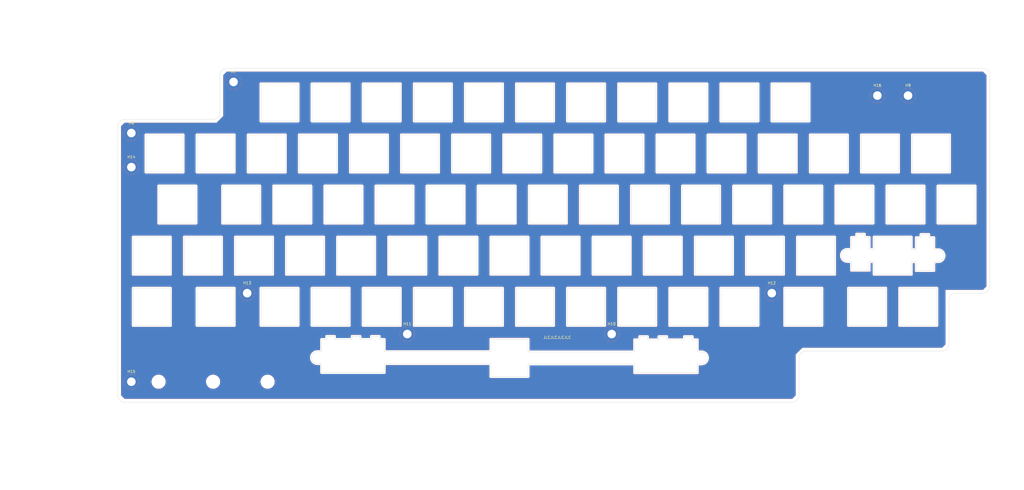
<source format=kicad_pcb>
(kicad_pcb (version 20211014) (generator pcbnew)
  (title_block (title "BBC MX Keyboard") (date "2023-10-16") (rev "0.2") (company "Dossytronics") (comment 1 "Enlarge mounting holes"))
  (layers (0 "F.Cu" signal) (31 "B.Cu" signal) (34 "B.Paste" user) (35 "F.Paste" user) (36 "B.SilkS" user "B.Silkscreen") (37 "F.SilkS" user "F.Silkscreen") (38 "B.Mask" user) (39 "F.Mask" user) (44 "Edge.Cuts" user))
  (net 0 "")
  (net 1 "GND")
  (footprint "MountingHole:MountingHole_3.2mm_M3_DIN965_Pad" (layer "F.Cu") (at 106.9975 191.77)
    (fp_text reference "H13" (at 0 -3.8) (layer "F.SilkS"))
    (fp_text value "bkplt")
    (pad "1" thru_hole circle (at 0 0) (size 5.6 5.6) (drill 3.2) (layers *.Cu *.Mask) (net 1 "GND"))
  )
  (footprint "Holes:Cherry_MX_panel_cutout" (layer "F.Cu") (at 104.775 158.75 180)
    (fp_text reference "SW2" hide)
    (fp_text value "keys")
    (fp_line (start -7 -7) (end 7 -7) (layer "Edge.Cuts") (width 0.12))
    (fp_line (start 7 7) (end -7 7) (layer "Edge.Cuts") (width 0.12))
    (fp_line (start 7 -7) (end 7 7) (layer "Edge.Cuts") (width 0.12))
    (fp_line (start -7 7) (end -7 -7) (layer "Edge.Cuts") (width 0.12))
  )
  (footprint "Holes:Cherry_MX_panel_cutout" (layer "F.Cu") (at 257.175 158.75 180)
    (fp_text reference "SW46" hide)
    (fp_text value "keys")
    (fp_line (start 7 -7) (end 7 7) (layer "Edge.Cuts") (width 0.12))
    (fp_line (start -7 -7) (end 7 -7) (layer "Edge.Cuts") (width 0.12))
    (fp_line (start -7 7) (end -7 -7) (layer "Edge.Cuts") (width 0.12))
    (fp_line (start 7 7) (end -7 7) (layer "Edge.Cuts") (width 0.12))
  )
  (footprint "MountingHole:MountingHole_3.2mm_M3_DIN965_Pad" (layer "F.Cu") (at 166.6875 207.01)
    (fp_text reference "H11" (at 0 -3.8) (layer "F.SilkS"))
    (fp_text value "bkplt")
    (pad "1" thru_hole circle (at 0 0) (size 5.6 5.6) (drill 3.2) (layers *.Cu *.Mask) (net 1 "GND"))
  )
  (footprint "Holes:Cherry_MX_panel_cutout" (layer "F.Cu") (at 157.1625 196.85)
    (fp_text reference "SW20" hide)
    (fp_text value "keys")
    (fp_line (start 7 7) (end -7 7) (layer "Edge.Cuts") (width 0.12))
    (fp_line (start 7 -7) (end 7 7) (layer "Edge.Cuts") (width 0.12))
    (fp_line (start -7 7) (end -7 -7) (layer "Edge.Cuts") (width 0.12))
    (fp_line (start -7 -7) (end 7 -7) (layer "Edge.Cuts") (width 0.12))
  )
  (footprint "Holes:Cherry_MX_panel_cutout" (layer "F.Cu") (at 219.075 158.75 180)
    (fp_text reference "SW39" hide)
    (fp_text value "keys")
    (fp_line (start -7 -7) (end 7 -7) (layer "Edge.Cuts") (width 0.12))
    (fp_line (start -7 7) (end -7 -7) (layer "Edge.Cuts") (width 0.12))
    (fp_line (start 7 7) (end -7 7) (layer "Edge.Cuts") (width 0.12))
    (fp_line (start 7 -7) (end 7 7) (layer "Edge.Cuts") (width 0.12))
  )
  (footprint "Holes:Cherry_MX_panel_cutout" (layer "F.Cu") (at 195.2625 120.65 180)
    (fp_text reference "SW30" hide)
    (fp_text value "keys")
    (fp_line (start 7 -7) (end 7 7) (layer "Edge.Cuts") (width 0.12))
    (fp_line (start -7 -7) (end 7 -7) (layer "Edge.Cuts") (width 0.12))
    (fp_line (start -7 7) (end -7 -7) (layer "Edge.Cuts") (width 0.12))
    (fp_line (start 7 7) (end -7 7) (layer "Edge.Cuts") (width 0.12))
  )
  (footprint "Holes:Cherry_MX_panel_cutout" (layer "F.Cu") (at 309.5625 120.65 180)
    (fp_text reference "SW75" hide)
    (fp_text value "keys")
    (fp_line (start -7 7) (end -7 -7) (layer "Edge.Cuts") (width 0.12))
    (fp_line (start -7 -7) (end 7 -7) (layer "Edge.Cuts") (width 0.12))
    (fp_line (start 7 -7) (end 7 7) (layer "Edge.Cuts") (width 0.12))
    (fp_line (start 7 7) (end -7 7) (layer "Edge.Cuts") (width 0.12))
  )
  (footprint "Holes:Cherry_MX_panel_cutout" (layer "F.Cu") (at 138.1125 196.85)
    (fp_text reference "SW19" hide)
    (fp_text value "keys")
    (fp_line (start -7 -7) (end 7 -7) (layer "Edge.Cuts") (width 0.12))
    (fp_line (start 7 7) (end -7 7) (layer "Edge.Cuts") (width 0.12))
    (fp_line (start -7 7) (end -7 -7) (layer "Edge.Cuts") (width 0.12))
    (fp_line (start 7 -7) (end 7 7) (layer "Edge.Cuts") (width 0.12))
  )
  (footprint "MountingHole:MountingHole_3.2mm_M3_DIN965_Pad" (layer "F.Cu") (at 341.9475 118.11)
    (fp_text reference "H16" (at 0 -3.8) (layer "F.SilkS"))
    (fp_text value "front")
    (pad "1" thru_hole circle (at 0 0) (size 5.6 5.6) (drill 3.2) (layers *.Cu *.Mask) (net 1 "GND"))
  )
  (footprint "Holes:Cherry_MX_panel_cutout" (layer "F.Cu") (at 71.4375 177.8 180)
    (fp_text reference "SW5" hide)
    (fp_text value "keys")
    (fp_line (start 7 7) (end -7 7) (layer "Edge.Cuts") (width 0.12))
    (fp_line (start -7 7) (end -7 -7) (layer "Edge.Cuts") (width 0.12))
    (fp_line (start 7 -7) (end 7 7) (layer "Edge.Cuts") (width 0.12))
    (fp_line (start -7 -7) (end 7 -7) (layer "Edge.Cuts") (width 0.12))
  )
  (footprint "Holes:Cherry_MX_panel_cutout_spacebar" (layer "F.Cu") (at 204.7875 215.9 180)
    (fp_text reference "SW21" hide)
    (fp_text value "keys")
    (fp_line (start 7 7) (end -7 7) (layer "Edge.Cuts") (width 0.12))
    (fp_line (start -55.7 6.8) (end -53.8 6.8) (layer "Edge.Cuts") (width 0.12))
    (fp_line (start 58.7 8.1) (end 58.7 6.9) (layer "Edge.Cuts") (width 0.12))
    (fp_line (start 50 8.1) (end 51.5 8.1) (layer "Edge.Cuts") (width 0.12))
    (fp_line (start 57.2 8.1) (end 55.7 8.1) (layer "Edge.Cuts") (width 0.12))
    (fp_line (start 70.1 -5.5) (end 46.6 -5.5) (layer "Edge.Cuts") (width 0.12))
    (fp_line (start -46.6 -5.6) (end -70.1 -5.6) (layer "Edge.Cuts") (width 0.12))
    (fp_line (start 46.6 6.9) (end 46.6 2.4) (layer "Edge.Cuts") (width 0.12))
    (fp_line (start 68.2 8.1) (end 68.2 6.9) (layer "Edge.Cuts") (width 0.12))
    (fp_line (start 70.1 2.4) (end 71.6 2.4) (layer "Edge.Cuts") (width 0.12))
    (fp_line (start -51.5 8) (end -51.5 6.8) (layer "Edge.Cuts") (width 0.12))
    (fp_line (start -46.6 -2.3) (end -7 -2.3) (layer "Edge.Cuts") (width 0.12))
    (fp_line (start -50 8) (end -48.5 8) (layer "Edge.Cuts") (width 0.12))
    (fp_line (start -50 8) (end -51.5 8) (layer "Edge.Cuts") (width 0.12))
    (fp_line (start -68.2 6.8) (end -70.1 6.8) (layer "Edge.Cuts") (width 0.12))
    (fp_line (start -48.5 8) (end -48.5 6.8) (layer "Edge.Cuts") (width 0.12))
    (fp_line (start 53.4 6.9) (end 53.8 6.9) (layer "Edge.Cuts") (width 0.12))
    (fp_line (start 46.6 2.4) (end 7 2.4) (layer "Edge.Cuts") (width 0.12))
    (fp_line (start 7 -7) (end 7 -2.2) (layer "Edge.Cuts") (width 0.12))
    (fp_line (start 55.7 8.1) (end 55.7 6.9) (layer "Edge.Cuts") (width 0.12))
    (fp_line (start 51.5 6.9) (end 53.4 6.9) (layer "Edge.Cuts") (width 0.12))
    (fp_line (start -53.4 6.8) (end -53.8 6.8) (layer "Edge.Cuts") (width 0.12))
    (fp_line (start -65.2 6.8) (end -63.3 6.8) (layer "Edge.Cuts") (width 0.12))
    (fp_line (start 70.1 -2.2) (end 70.1 -5.5) (layer "Edge.Cuts") (width 0.12))
    (fp_line (start -58.7 6.8) (end -60.6 6.8) (layer "Edge.Cuts") (width 0.12))
    (fp_line (start -70.1 -2.3) (end -71.6 -2.3) (layer "Edge.Cuts") (width 0.12))
    (fp_line (start -7 2.3) (end -7 7) (layer "Edge.Cuts") (width 0.12))
    (fp_line (start -63.3 6.8) (end -60.6 6.8) (layer "Edge.Cuts") (width 0.12))
    (fp_line (start -51.5 6.8) (end -53.4 6.8) (layer "Edge.Cuts") (width 0.12))
    (fp_line (start 65.2 8.1) (end 65.2 6.9) (layer "Edge.Cuts") (width 0.12))
    (fp_line (start 66.7 8.1) (end 65.2 8.1) (layer "Edge.Cuts") (width 0.12))
    (fp_line (start -70.1 6.8) (end -70.1 2.3) (layer "Edge.Cuts") (width 0.12))
    (fp_line (start -70.1 2.3) (end -71.6 2.3) (layer "Edge.Cuts") (width 0.12))
    (fp_line (start -55.7 8) (end -55.7 6.8) (layer "Edge.Cuts") (width 0.12))
    (fp_line (start 7 2.4) (end 7 7) (layer "Edge.Cuts") (width 0.12))
    (fp_line (start -7 -2.3) (end -7 -7) (layer "Edge.Cuts") (width 0.12))
    (fp_line (start 46.6 -2.2) (end 7 -2.2) (layer "Edge.Cuts") (width 0.12))
    (fp_line (start -68.2 8) (end -68.2 6.8) (layer "Edge.Cuts") (width 0.12))
    (fp_line (start 57.2 8.1) (end 58.7 8.1) (layer "Edge.Cuts") (width 0.12))
    (fp_line (start -70.1 -2.3) (end -70.1 -5.6) (layer "Edge.Cuts") (width 0.12))
    (fp_line (start -58.7 8) (end -58.7 6.8) (layer "Edge.Cuts") (width 0.12))
    (fp_line (start 70.1 -2.2) (end 71.6 -2.2) (layer "Edge.Cuts") (width 0.12))
    (fp_line (start 48.5 6.9) (end 46.6 6.9) (layer "Edge.Cuts") (width 0.12))
    (fp_line (start 65.2 6.9) (end 63.3 6.9) (layer "Edge.Cuts") (width 0.12))
    (fp_line (start 55.7 6.9) (end 53.8 6.9) (layer "Edge.Cuts") (width 0.12))
    (fp_line (start -57.2 8) (end -55.7 8) (layer "Edge.Cuts") (width 0.12))
    (fp_line (start -46.6 6.8) (end -46.6 2.3) (layer "Edge.Cuts") (width 0.12))
    (fp_line (start 68.2 6.9) (end 70.1 6.9) (layer "Edge.Cuts") (width 0.12))
    (fp_line (start -57.2 8) (end -58.7 8) (layer "Edge.Cuts") (width 0.12))
    (fp_line (start 58.7 6.9) (end 60.6 6.9) (layer "Edge.Cuts") (width 0.12))
    (fp_line (start 48.5 8.1) (end 48.5 6.9) (layer "Edge.Cuts") (width 0.12))
    (fp_line (start -66.7 8) (end -65.2 8) (layer "Edge.Cuts") (width 0.12))
    (fp_line (start -7 -7) (end 7 -7) (layer "Edge.Cuts") (width 0.12))
    (fp_line (start -46.6 2.3) (end -7 2.3) (layer "Edge.Cuts") (width 0.12))
    (fp_line (start 51.5 8.1) (end 51.5 6.9) (layer "Edge.Cuts") (width 0.12))
    (fp_line (start 63.3 6.9) (end 60.6 6.9) (layer "Edge.Cuts") (width 0.12))
    (fp_line (start -65.2 8) (end -65.2 6.8) (layer "Edge.Cuts") (width 0.12))
    (fp_line (start -66.7 8) (end -68.2 8) (layer "Edge.Cuts") (width 0.12))
    (fp_line (start -48.5 6.8) (end -46.6 6.8) (layer "Edge.Cuts") (width 0.12))
    (fp_line (start 70.1 6.9) (end 70.1 2.4) (layer "Edge.Cuts") (width 0.12))
    (fp_line (start 66.7 8.1) (end 68.2 8.1) (layer "Edge.Cuts") (width 0.12))
    (fp_line (start 50 8.1) (end 48.5 8.1) (layer "Edge.Cuts") (width 0.12))
    (fp_line (start -46.6 -2.3) (end -46.6 -5.6) (layer "Edge.Cuts") (width 0.12))
    (fp_line (start 46.6 -2.2) (end 46.6 -5.5) (layer "Edge.Cuts") (width 0.12))
    (fp_arc (start 71.6 -2.2) (mid 73.9 0.1) (end 71.6 2.4) (layer "Edge.Cuts") (width 0.12))
    (fp_arc (start -71.6 2.3) (mid -73.9 0) (end -71.6 -2.3) (layer "Edge.Cuts") (width 0.12))
  )
  (footprint "Holes:Cherry_MX_panel_cutout" (layer "F.Cu") (at 80.9625 158.75 180)
    (fp_text reference "SW7" hide)
    (fp_text value "keys")
    (fp_line (start -7 7) (end -7 -7) (layer "Edge.Cuts") (width 0.12))
    (fp_line (start -7 -7) (end 7 -7) (layer "Edge.Cuts") (width 0.12))
    (fp_line (start 7 -7) (end 7 7) (layer "Edge.Cuts") (width 0.12))
    (fp_line (start 7 7) (end -7 7) (layer "Edge.Cuts") (width 0.12))
  )
  (footprint "Holes:Cherry_MX_panel_cutout" (layer "F.Cu") (at 261.9375 177.8 180)
    (fp_text reference "SW48" hide)
    (fp_text value "keys")
    (fp_line (start -7 -7) (end 7 -7) (layer "Edge.Cuts") (width 0.12))
    (fp_line (start 7 -7) (end 7 7) (layer "Edge.Cuts") (width 0.12))
    (fp_line (start 7 7) (end -7 7) (layer "Edge.Cuts") (width 0.12))
    (fp_line (start -7 7) (end -7 -7) (layer "Edge.Cuts") (width 0.12))
  )
  (footprint "Holes:Cherry_MX_panel_cutout" (layer "F.Cu") (at 233.3625 196.85)
    (fp_text reference "SW42" hide)
    (fp_text value "keys")
    (fp_line (start 7 -7) (end 7 7) (layer "Edge.Cuts") (width 0.12))
    (fp_line (start 7 7) (end -7 7) (layer "Edge.Cuts") (width 0.12))
    (fp_line (start -7 7) (end -7 -7) (layer "Edge.Cuts") (width 0.12))
    (fp_line (start -7 -7) (end 7 -7) (layer "Edge.Cuts") (width 0.12))
  )
  (footprint "Holes:Cherry_MX_panel_cutout" (layer "F.Cu") (at 109.5375 177.8 180)
    (fp_text reference "SW12" hide)
    (fp_text value "keys")
    (fp_line (start -7 -7) (end 7 -7) (layer "Edge.Cuts") (width 0.12))
    (fp_line (start -7 7) (end -7 -7) (layer "Edge.Cuts") (width 0.12))
    (fp_line (start 7 7) (end -7 7) (layer "Edge.Cuts") (width 0.12))
    (fp_line (start 7 -7) (end 7 7) (layer "Edge.Cuts") (width 0.12))
  )
  (footprint "Holes:Cherry_MX_panel_cutout" (layer "F.Cu") (at 223.8375 177.8 180)
    (fp_text reference "SW40" hide)
    (fp_text value "keys")
    (fp_line (start 7 -7) (end 7 7) (layer "Edge.Cuts") (width 0.12))
    (fp_line (start -7 -7) (end 7 -7) (layer "Edge.Cuts") (width 0.12))
    (fp_line (start -7 7) (end -7 -7) (layer "Edge.Cuts") (width 0.12))
    (fp_line (start 7 7) (end -7 7) (layer "Edge.Cuts") (width 0.12))
  )
  (footprint "Holes:Cherry_MX_panel_cutout" (layer "F.Cu") (at 190.5 139.7 180)
    (fp_text reference "SW32" hide)
    (fp_text value "keys")
    (fp_line (start -7 7) (end -7 -7) (layer "Edge.Cuts") (width 0.12))
    (fp_line (start 7 -7) (end 7 7) (layer "Edge.Cuts") (width 0.12))
    (fp_line (start 7 7) (end -7 7) (layer "Edge.Cuts") (width 0.12))
    (fp_line (start -7 -7) (end 7 -7) (layer "Edge.Cuts") (width 0.12))
  )
  (footprint "Holes:Cherry_MX_panel_cutout" (layer "F.Cu") (at 300.0375 177.8 180)
    (fp_text reference "SW61" hide)
    (fp_text value "keys")
    (fp_line (start -7 -7) (end 7 -7) (layer "Edge.Cuts") (width 0.12))
    (fp_line (start 7 7) (end -7 7) (layer "Edge.Cuts") (width 0.12))
    (fp_line (start -7 7) (end -7 -7) (layer "Edge.Cuts") (width 0.12))
    (fp_line (start 7 -7) (end 7 7) (layer "Edge.Cuts") (width 0.12))
  )
  (footprint "Holes:Cherry_MX_panel_cutout" (layer "F.Cu") (at 214.3125 120.65 180)
    (fp_text reference "SW29" hide)
    (fp_text value "keys")
    (fp_line (start -7 -7) (end 7 -7) (layer "Edge.Cuts") (width 0.12))
    (fp_line (start -7 7) (end -7 -7) (layer "Edge.Cuts") (width 0.12))
    (fp_line (start 7 -7) (end 7 7) (layer "Edge.Cuts") (width 0.12))
    (fp_line (start 7 7) (end -7 7) (layer "Edge.Cuts") (width 0.12))
  )
  (footprint "Holes:Cherry_MX_panel_cutout" (layer "F.Cu") (at 285.75 139.7 180)
    (fp_text reference "SW51" hide)
    (fp_text value "keys")
    (fp_line (start -7 -7) (end 7 -7) (layer "Edge.Cuts") (width 0.12))
    (fp_line (start -7 7) (end -7 -7) (layer "Edge.Cuts") (width 0.12))
    (fp_line (start 7 7) (end -7 7) (layer "Edge.Cuts") (width 0.12))
    (fp_line (start 7 -7) (end 7 7) (layer "Edge.Cuts") (width 0.12))
  )
  (footprint "Holes:Cherry_MX_panel_cutout" (layer "F.Cu") (at 280.9875 177.8 180)
    (fp_text reference "SW55" hide)
    (fp_text value "keys")
    (fp_line (start -7 -7) (end 7 -7) (layer "Edge.Cuts") (width 0.12))
    (fp_line (start 7 -7) (end 7 7) (layer "Edge.Cuts") (width 0.12))
    (fp_line (start -7 7) (end -7 -7) (layer "Edge.Cuts") (width 0.12))
    (fp_line (start 7 7) (end -7 7) (layer "Edge.Cuts") (width 0.12))
  )
  (footprint "MountingHole:MountingHole_3.2mm_M3_DIN965_Pad" (layer "F.Cu") (at 63.8175 144.78)
    (fp_text reference "H14" (at 0 -3.8) (layer "F.SilkS"))
    (fp_text value "bkplt")
    (pad "1" thru_hole circle (at 0 0) (size 5.6 5.6) (drill 3.2) (layers *.Cu *.Mask) (net 1 "GND"))
  )
  (footprint "Holes:Cherry_MX_panel_cutout" (layer "F.Cu") (at 242.8875 177.8 180)
    (fp_text reference "SW47" hide)
    (fp_text value "keys")
    (fp_line (start -7 -7) (end 7 -7) (layer "Edge.Cuts") (width 0.12))
    (fp_line (start 7 -7) (end 7 7) (layer "Edge.Cuts") (width 0.12))
    (fp_line (start -7 7) (end -7 -7) (layer "Edge.Cuts") (width 0.12))
    (fp_line (start 7 7) (end -7 7) (layer "Edge.Cuts") (width 0.12))
  )
  (footprint "Holes:Cherry_MX_panel_cutout" (layer "F.Cu") (at 290.5125 120.65 180)
    (fp_text reference "SW50" hide)
    (fp_text value "keys")
    (fp_line (start -7 7) (end -7 -7) (layer "Edge.Cuts") (width 0.12))
    (fp_line (start -7 -7) (end 7 -7) (layer "Edge.Cuts") (width 0.12))
    (fp_line (start 7 7) (end -7 7) (layer "Edge.Cuts") (width 0.12))
    (fp_line (start 7 -7) (end 7 7) (layer "Edge.Cuts") (width 0.12))
  )
  (footprint "MountingHole:MountingHole_3.2mm_M3_DIN965_Pad" (layer "F.Cu") (at 302.5775 191.77)
    (fp_text reference "H12" (at 0 -3.8) (layer "F.SilkS"))
    (fp_text value "bkplt")
    (pad "1" thru_hole circle (at 0 0) (size 5.6 5.6) (drill 3.2) (layers *.Cu *.Mask) (net 1 "GND"))
  )
  (footprint "Holes:Cherry_MX_panel_cutout" (layer "F.Cu") (at 95.25 139.7 180)
    (fp_text reference "SW4" hide)
    (fp_text value "keys")
    (fp_line (start 7 -7) (end 7 7) (layer "Edge.Cuts") (width 0.12))
    (fp_line (start 7 7) (end -7 7) (layer "Edge.Cuts") (width 0.12))
    (fp_line (start -7 7) (end -7 -7) (layer "Edge.Cuts") (width 0.12))
    (fp_line (start -7 -7) (end 7 -7) (layer "Edge.Cuts") (width 0.12))
  )
  (footprint "Holes:Cherry_MX_panel_cutout" (layer "F.Cu") (at 352.425 158.75 180)
    (fp_text reference "SW67" hide)
    (fp_text value "keys")
    (fp_line (start 7 -7) (end 7 7) (layer "Edge.Cuts") (width 0.12))
    (fp_line (start -7 7) (end -7 -7) (layer "Edge.Cuts") (width 0.12))
    (fp_line (start -7 -7) (end 7 -7) (layer "Edge.Cuts") (width 0.12))
    (fp_line (start 7 7) (end -7 7) (layer "Edge.Cuts") (width 0.12))
  )
  (footprint "Holes:Cherry_MX_panel_cutout" (layer "F.Cu") (at 95.25 196.85)
    (fp_text reference "SW72" hide)
    (fp_text value "keys")
    (fp_line (start 7 -7) (end 7 7) (layer "Edge.Cuts") (width 0.12))
    (fp_line (start 7 7) (end -7 7) (layer "Edge.Cuts") (width 0.12))
    (fp_line (start -7 7) (end -7 -7) (layer "Edge.Cuts") (width 0.12))
    (fp_line (start -7 -7) (end 7 -7) (layer "Edge.Cuts") (width 0.12))
  )
  (footprint "MountingHole:MountingHole_3.2mm_M3_DIN965_Pad" (layer "F.Cu") (at 63.8175 224.79)
    (fp_text reference "H15" (at 0 -3.8) (layer "F.SilkS"))
    (fp_text value "front")
    (pad "1" thru_hole circle (at 0 0) (size 5.6 5.6) (drill 3.2) (layers *.Cu *.Mask) (net 1 "GND"))
  )
  (footprint "Holes:Cherry_MX_panel_cutout" (layer "F.Cu") (at 176.2125 196.85)
    (fp_text reference "SW28" hide)
    (fp_text value "keys")
    (fp_line (start 7 -7) (end 7 7) (layer "Edge.Cuts") (width 0.12))
    (fp_line (start -7 7) (end -7 -7) (layer "Edge.Cuts") (width 0.12))
    (fp_line (start 7 7) (end -7 7) (layer "Edge.Cuts") (width 0.12))
    (fp_line (start -7 -7) (end 7 -7) (layer "Edge.Cuts") (width 0.12))
  )
  (footprint "Holes:Cherry_MX_panel_cutout" (layer "F.Cu") (at 157.1625 120.65 180)
    (fp_text reference "SW15" hide)
    (fp_text value "keys")
    (fp_line (start 7 -7) (end 7 7) (layer "Edge.Cuts") (width 0.12))
    (fp_line (start -7 -7) (end 7 -7) (layer "Edge.Cuts") (width 0.12))
    (fp_line (start -7 7) (end -7 -7) (layer "Edge.Cuts") (width 0.12))
    (fp_line (start 7 7) (end -7 7) (layer "Edge.Cuts") (width 0.12))
  )
  (footprint "Holes:Cherry_MX_panel_cutout" (layer "F.Cu") (at 214.3125 196.85)
    (fp_text reference "SW41" hide)
    (fp_text value "keys")
    (fp_line (start -7 7) (end -7 -7) (layer "Edge.Cuts") (width 0.12))
    (fp_line (start 7 7) (end -7 7) (layer "Edge.Cuts") (width 0.12))
    (fp_line (start 7 -7) (end 7 7) (layer "Edge.Cuts") (width 0.12))
    (fp_line (start -7 -7) (end 7 -7) (layer "Edge.Cuts") (width 0.12))
  )
  (footprint "Holes:Cherry_MX_panel_cutout" (layer "F.Cu") (at 166.6875 177.8 180)
    (fp_text reference "SW26" hide)
    (fp_text value "keys")
    (fp_line (start 7 7) (end -7 7) (layer "Edge.Cuts") (width 0.12))
    (fp_line (start -7 -7) (end 7 -7) (layer "Edge.Cuts") (width 0.12))
    (fp_line (start -7 7) (end -7 -7) (layer "Edge.Cuts") (width 0.12))
    (fp_line (start 7 -7) (end 7 7) (layer "Edge.Cuts") (width 0.12))
  )
  (footprint "Holes:Cherry_MX_panel_cutout" (layer "F.Cu") (at 247.65 139.7 180)
    (fp_text reference "SW38" hide)
    (fp_text value "keys")
    (fp_line (start -7 7) (end -7 -7) (layer "Edge.Cuts") (width 0.12))
    (fp_line (start 7 7) (end -7 7) (layer "Edge.Cuts") (width 0.12))
    (fp_line (start -7 -7) (end 7 -7) (layer "Edge.Cuts") (width 0.12))
    (fp_line (start 7 -7) (end 7 7) (layer "Edge.Cuts") (width 0.12))
  )
  (footprint "Holes:Cherry_MX_panel_cutout" (layer "F.Cu") (at 233.3625 120.65 180)
    (fp_text reference "SW36" hide)
    (fp_text value "keys")
    (fp_line (start -7 -7) (end 7 -7) (layer "Edge.Cuts") (width 0.12))
    (fp_line (start 7 7) (end -7 7) (layer "Edge.Cuts") (width 0.12))
    (fp_line (start -7 7) (end -7 -7) (layer "Edge.Cuts") (width 0.12))
    (fp_line (start 7 -7) (end 7 7) (layer "Edge.Cuts") (width 0.12))
  )
  (footprint "Holes:Cherry_MX_panel_cutout" (layer "F.Cu") (at 133.35 139.7 180)
    (fp_text reference "SW9" hide)
    (fp_text value "keys")
    (fp_line (start -7 -7) (end 7 -7) (layer "Edge.Cuts") (width 0.12))
    (fp_line (start 7 7) (end -7 7) (layer "Edge.Cuts") (width 0.12))
    (fp_line (start 7 -7) (end 7 7) (layer "Edge.Cuts") (width 0.12))
    (fp_line (start -7 7) (end -7 -7) (layer "Edge.Cuts") (width 0.12))
  )
  (footprint "Holes:Cherry_MX_panel_cutout" (layer "F.Cu") (at 161.925 158.75 180)
    (fp_text reference "SW25" hide)
    (fp_text value "keys")
    (fp_line (start 7 -7) (end 7 7) (layer "Edge.Cuts") (width 0.12))
    (fp_line (start -7 -7) (end 7 -7) (layer "Edge.Cuts") (width 0.12))
    (fp_line (start -7 7) (end -7 -7) (layer "Edge.Cuts") (width 0.12))
    (fp_line (start 7 7) (end -7 7) (layer "Edge.Cuts") (width 0.12))
  )
  (footprint "Holes:Cherry_MX_panel_cutout" (layer "F.Cu") (at 323.85 139.7 180)
    (fp_text reference "SW57" hide)
    (fp_text value "keys")
    (fp_line (start 7 -7) (end 7 7) (layer "Edge.Cuts") (width 0.12))
    (fp_line (start -7 -7) (end 7 -7) (layer "Edge.Cuts") (width 0.12))
    (fp_line (start -7 7) (end -7 -7) (layer "Edge.Cuts") (width 0.12))
    (fp_line (start 7 7) (end -7 7) (layer "Edge.Cuts") (width 0.12))
  )
  (footprint "Holes:Cherry_MX_panel_cutout" (layer "F.Cu") (at 123.825 158.75 180)
    (fp_text reference "SW10" hide)
    (fp_text value "keys")
    (fp_line (start -7 -7) (end 7 -7) (layer "Edge.Cuts") (width 0.12))
    (fp_line (start -7 7) (end -7 -7) (layer "Edge.Cuts") (width 0.12))
    (fp_line (start 7 7) (end -7 7) (layer "Edge.Cuts") (width 0.12))
    (fp_line (start 7 -7) (end 7 7) (layer "Edge.Cuts") (width 0.12))
  )
  (footprint "Holes:Cherry_MX_panel_cutout" (layer "F.Cu") (at 338.1375 196.85)
    (fp_text reference "SW69" hide)
    (fp_text value "keys")
    (fp_line (start 7 -7) (end 7 7) (layer "Edge.Cuts") (width 0.12))
    (fp_line (start -7 7) (end -7 -7) (layer "Edge.Cuts") (width 0.12))
    (fp_line (start -7 -7) (end 7 -7) (layer "Edge.Cuts") (width 0.12))
    (fp_line (start 7 7) (end -7 7) (layer "Edge.Cuts") (width 0.12))
  )
  (footprint "Holes:Cherry_MX_panel_cutout" (layer "F.Cu") (at 128.5875 177.8 180)
    (fp_text reference "SW13" hide)
    (fp_text value "keys")
    (fp_line (start -7 7) (end -7 -7) (layer "Edge.Cuts") (width 0.12))
    (fp_line (start 7 -7) (end 7 7) (layer "Edge.Cuts") (width 0.12))
    (fp_line (start 7 7) (end -7 7) (layer "Edge.Cuts") (width 0.12))
    (fp_line (start -7 -7) (end 7 -7) (layer "Edge.Cuts") (width 0.12))
  )
  (footprint "Holes:Cherry_MX_panel_cutout" (layer "F.Cu") (at 71.4375 196.85)
    (fp_text reference "SW6" hide)
    (fp_text value "keys")
    (fp_line (start 7 7) (end -7 7) (layer "Edge.Cuts") (width 0.12))
    (fp_line (start -7 7) (end -7 -7) (layer "Edge.Cuts") (width 0.12))
    (fp_line (start -7 -7) (end 7 -7) (layer "Edge.Cuts") (width 0.12))
    (fp_line (start 7 -7) (end 7 7) (layer "Edge.Cuts") (width 0.12))
  )
  (footprint "Holes:Cherry_MX_panel_cutout" (layer "F.Cu") (at 333.375 158.75 180)
    (fp_text reference "SW59" hide)
    (fp_text value "keys")
    (fp_line (start 7 -7) (end 7 7) (layer "Edge.Cuts") (width 0.12))
    (fp_line (start -7 7) (end -7 -7) (layer "Edge.Cuts") (width 0.12))
    (fp_line (start 7 7) (end -7 7) (layer "Edge.Cuts") (width 0.12))
    (fp_line (start -7 -7) (end 7 -7) (layer "Edge.Cuts") (width 0.12))
  )
  (footprint "Holes:Cherry_MX_panel_cutout" (layer "F.Cu") (at 200.025 158.75 180)
    (fp_text reference "SW33" hide)
    (fp_text value "keys")
    (fp_line (start -7 7) (end -7 -7) (layer "Edge.Cuts") (width 0.12))
    (fp_line (start 7 7) (end -7 7) (layer "Edge.Cuts") (width 0.12))
    (fp_line (start -7 -7) (end 7 -7) (layer "Edge.Cuts") (width 0.12))
    (fp_line (start 7 -7) (end 7 7) (layer "Edge.Cuts") (width 0.12))
  )
  (footprint "Holes:Cherry_MX_panel_cutout" (layer "F.Cu") (at 357.1875 196.85)
    (fp_text reference "SW70" hide)
    (fp_text value "keys")
    (fp_line (start 7 7) (end -7 7) (layer "Edge.Cuts") (width 0.12))
    (fp_line (start -7 -7) (end 7 -7) (layer "Edge.Cuts") (width 0.12))
    (fp_line (start 7 -7) (end 7 7) (layer "Edge.Cuts") (width 0.12))
    (fp_line (start -7 7) (end -7 -7) (layer "Edge.Cuts") (width 0.12))
  )
  (footprint "Holes:Cherry_MX_panel_cutout" (layer "F.Cu") (at 152.4 139.7 180)
    (fp_text reference "SW16" hide)
    (fp_text value "keys")
    (fp_line (start -7 7) (end -7 -7) (layer "Edge.Cuts") (width 0.12))
    (fp_line (start -7 -7) (end 7 -7) (layer "Edge.Cuts") (width 0.12))
    (fp_line (start 7 -7) (end 7 7) (layer "Edge.Cuts") (width 0.12))
    (fp_line (start 7 7) (end -7 7) (layer "Edge.Cuts") (width 0.12))
  )
  (footprint "MountingHole:MountingHole_4.3mm_M4" (layer "F.Cu") (at 73.9775 224.79 -90)
    (fp_text reference "LD3" hide)
    (fp_text value "MountingHole")
    (pad "" np_thru_hole circle (at 0 0 270) (size 4.3 4.3) (drill 4.3) (layers *.Cu *.Mask))
  )
  (footprint "Holes:Cherry_MX_panel_cutout" (layer "F.Cu") (at 76.2 139.7 180)
    (fp_text reference "SW1" hide)
    (fp_text value "keys")
    (fp_line (start -7 -7) (end 7 -7) (layer "Edge.Cuts") (width 0.12))
    (fp_line (start 7 7) (end -7 7) (layer "Edge.Cuts") (width 0.12))
    (fp_line (start 7 -7) (end 7 7) (layer "Edge.Cuts") (width 0.12))
    (fp_line (start -7 7) (end -7 -7) (layer "Edge.Cuts") (width 0.12))
  )
  (footprint "Holes:Cherry_MX_panel_cutout" (layer "F.Cu") (at 180.975 158.75 180)
    (fp_text reference "SW24" hide)
    (fp_text value "keys")
    (fp_line (start 7 -7) (end 7 7) (layer "Edge.Cuts") (width 0.12))
    (fp_line (start -7 7) (end -7 -7) (layer "Edge.Cuts") (width 0.12))
    (fp_line (start -7 -7) (end 7 -7) (layer "Edge.Cuts") (width 0.12))
    (fp_line (start 7 7) (end -7 7) (layer "Edge.Cuts") (width 0.12))
  )
  (footprint "MountingHole:MountingHole_4.3mm_M4" (layer "F.Cu") (at 94.2975 224.79 -90)
    (fp_text reference "LD2" hide)
    (fp_text value "MountingHole")
    (pad "" np_thru_hole circle (at 0 0 270) (size 4.3 4.3) (drill 4.3) (layers *.Cu *.Mask))
  )
  (footprint "Holes:Cherry_MX_panel_cutout" (layer "F.Cu") (at 371.475 158.75 180)
    (fp_text reference "SW66" hide)
    (fp_text value "keys")
    (fp_line (start -7 -7) (end 7 -7) (layer "Edge.Cuts") (width 0.12))
    (fp_line (start -7 7) (end -7 -7) (layer "Edge.Cuts") (width 0.12))
    (fp_line (start 7 7) (end -7 7) (layer "Edge.Cuts") (width 0.12))
    (fp_line (start 7 -7) (end 7 7) (layer "Edge.Cuts") (width 0.12))
  )
  (footprint "Holes:Cherry_MX_panel_cutout" (layer "F.Cu") (at 204.7875 177.8 180)
    (fp_text reference "SW34" hide)
    (fp_text value "keys")
    (fp_line (start -7 7) (end -7 -7) (layer "Edge.Cuts") (width 0.12))
    (fp_line (start -7 -7) (end 7 -7) (layer "Edge.Cuts") (width 0.12))
    (fp_line (start 7 -7) (end 7 7) (layer "Edge.Cuts") (width 0.12))
    (fp_line (start 7 7) (end -7 7) (layer "Edge.Cuts") (width 0.12))
  )
  (footprint "Holes:Cherry_MX_panel_cutout" (layer "F.Cu") (at 276.225 158.75 180)
    (fp_text reference "SW53" hide)
    (fp_text value "keys")
    (fp_line (start -7 7) (end -7 -7) (layer "Edge.Cuts") (width 0.12))
    (fp_line (start 7 -7) (end 7 7) (layer "Edge.Cuts") (width 0.12))
    (fp_line (start 7 7) (end -7 7) (layer "Edge.Cuts") (width 0.12))
    (fp_line (start -7 -7) (end 7 -7) (layer "Edge.Cuts") (width 0.12))
  )
  (footprint "Holes:Cherry_MX_panel_cutout" (layer "F.Cu") (at 176.2125 120.65 180)
    (fp_text reference "SW22" hide)
    (fp_text value "keys")
    (fp_line (start -7 -7) (end 7 -7) (layer "Edge.Cuts") (width 0.12))
    (fp_line (start 7 -7) (end 7 7) (layer "Edge.Cuts") (width 0.12))
    (fp_line (start 7 7) (end -7 7) (layer "Edge.Cuts") (width 0.12))
    (fp_line (start -7 7) (end -7 -7) (layer "Edge.Cuts") (width 0.12))
  )
  (footprint "MountingHole:MountingHole_3.2mm_M3_DIN965_Pad" (layer "F.Cu") (at 63.8175 132.08)
    (fp_text reference "H8" (at 0 -3.8) (layer "F.SilkS"))
    (fp_text value "front")
    (pad "1" thru_hole circle (at 0 0) (size 5.6 5.6) (drill 3.2) (layers *.Cu *.Mask) (net 1 "GND"))
  )
  (footprint "Holes:Cherry_MX_panel_cutout" (layer "F.Cu") (at 138.1125 120.65 180)
    (fp_text reference "SW8" hide)
    (fp_text value "keys")
    (fp_line (start 7 -7) (end 7 7) (layer "Edge.Cuts") (width 0.12))
    (fp_line (start -7 7) (end -7 -7) (layer "Edge.Cuts") (width 0.12))
    (fp_line (start -7 -7) (end 7 -7) (layer "Edge.Cuts") (width 0.12))
    (fp_line (start 7 7) (end -7 7) (layer "Edge.Cuts") (width 0.12))
  )
  (footprint "Holes:Cherry_MX_panel_cutout" (layer "F.Cu") (at 238.125 158.75 180)
    (fp_text reference "SW45" hide)
    (fp_text value "keys")
    (fp_line (start 7 7) (end -7 7) (layer "Edge.Cuts") (width 0.12))
    (fp_line (start 7 -7) (end 7 7) (layer "Edge.Cuts") (width 0.12))
    (fp_line (start -7 7) (end -7 -7) (layer "Edge.Cuts") (width 0.12))
    (fp_line (start -7 -7) (end 7 -7) (layer "Edge.Cuts") (width 0.12))
  )
  (footprint "Holes:Cherry_MX_panel_cutout" (layer "F.Cu") (at 119.0625 196.85)
    (fp_text reference "SW14" hide)
    (fp_text value "keys")
    (fp_line (start 7 -7) (end 7 7) (layer "Edge.Cuts") (width 0.12))
    (fp_line (start -7 -7) (end 7 -7) (layer "Edge.Cuts") (width 0.12))
    (fp_line (start -7 7) (end -7 -7) (layer "Edge.Cuts") (width 0.12))
    (fp_line (start 7 7) (end -7 7) (layer "Edge.Cuts") (width 0.12))
  )
  (footprint "Holes:Cherry_MX_panel_cutout" (layer "F.Cu") (at 147.6375 177.8 180)
    (fp_text reference "SW18" hide)
    (fp_text value "keys")
    (fp_line (start 7 7) (end -7 7) (layer "Edge.Cuts") (width 0.12))
    (fp_line (start 7 -7) (end 7 7) (layer "Edge.Cuts") (width 0.12))
    (fp_line (start -7 -7) (end 7 -7) (layer "Edge.Cuts") (width 0.12))
    (fp_line (start -7 7) (end -7 -7) (layer "Edge.Cuts") (width 0.12))
  )
  (footprint "MountingHole:MountingHole_4.3mm_M4" (layer "F.Cu") (at 114.6175 224.79 -90)
    (fp_text reference "LD1" hide)
    (fp_text value "MountingHole")
    (pad "" np_thru_hole circle (at 0 0 270) (size 4.3 4.3) (drill 4.3) (layers *.Cu *.Mask))
  )
  (footprint "Holes:Cherry_MX_panel_cutout" (layer "F.Cu") (at 252.4125 120.65 180)
    (fp_text reference "SW44" hide)
    (fp_text value "keys")
    (fp_line (start 7 7) (end -7 7) (layer "Edge.Cuts") (width 0.12))
    (fp_line (start -7 -7) (end 7 -7) (layer "Edge.Cuts") (width 0.12))
    (fp_line (start -7 7) (end -7 -7) (layer "Edge.Cuts") (width 0.12))
    (fp_line (start 7 -7) (end 7 7) (layer "Edge.Cuts") (width 0.12))
  )
  (footprint "Holes:Cherry_MX_panel_cutout" (layer "F.Cu") (at 185.7375 177.8 180)
    (fp_text reference "SW27" hide)
    (fp_text value "keys")
    (fp_line (start 7 7) (end -7 7) (layer "Edge.Cuts") (width 0.12))
    (fp_line (start -7 -7) (end 7 -7) (layer "Edge.Cuts") (width 0.12))
    (fp_line (start -7 7) (end -7 -7) (layer "Edge.Cuts") (width 0.12))
    (fp_line (start 7 -7) (end 7 7) (layer "Edge.Cuts") (width 0.12))
  )
  (footprint "Holes:Cherry_MX_panel_cutout" (layer "F.Cu") (at 228.6 139.7 180)
    (fp_text reference "SW37" hide)
    (fp_text value "keys")
    (fp_line (start -7 -7) (end 7 -7) (layer "Edge.Cuts") (width 0.12))
    (fp_line (start 7 7) (end -7 7) (layer "Edge.Cuts") (width 0.12))
    (fp_line (start -7 7) (end -7 -7) (layer "Edge.Cuts") (width 0.12))
    (fp_line (start 7 -7) (end 7 7) (layer "Edge.Cuts") (width 0.12))
  )
  (footprint "Holes:Cherry_MX_panel_cutout" (layer "F.Cu") (at 304.8 139.7 180)
    (fp_text reference "SW58" hide)
    (fp_text value "keys")
    (fp_line (start 7 7) (end -7 7) (layer "Edge.Cuts") (width 0.12))
    (fp_line (start -7 7) (end -7 -7) (layer "Edge.Cuts") (width 0.12))
    (fp_line (start -7 -7) (end 7 -7) (layer "Edge.Cuts") (width 0.12))
    (fp_line (start 7 -7) (end 7 7) (layer "Edge.Cuts") (width 0.12))
  )
  (footprint "Holes:Cherry_MX_panel_cutout" (layer "F.Cu") (at 90.4875 177.8 180)
    (fp_text reference "SW73" hide)
    (fp_text value "keys")
    (fp_line (start 7 7) (end -7 7) (layer "Edge.Cuts") (width 0.12))
    (fp_line (start 7 -7) (end 7 7) (layer "Edge.Cuts") (width 0.12))
    (fp_line (start -7 -7) (end 7 -7) (layer "Edge.Cuts") (width 0.12))
    (fp_line (start -7 7) (end -7 -7) (layer "Edge.Cuts") (width 0.12))
  )
  (footprint "Holes:Cherry_MX_panel_cutout" (layer "F.Cu") (at 119.0625 120.65 180)
    (fp_text reference "SW3" hide)
    (fp_text value "keys")
    (fp_line (start -7 -7) (end 7 -7) (layer "Edge.Cuts") (width 0.12))
    (fp_line (start 7 -7) (end 7 7) (layer "Edge.Cuts") (width 0.12))
    (fp_line (start 7 7) (end -7 7) (layer "Edge.Cuts") (width 0.12))
    (fp_line (start -7 7) (end -7 -7) (layer "Edge.Cuts") (width 0.12))
  )
  (footprint "MountingHole:MountingHole_3.2mm_M3_DIN965_Pad" (layer "F.Cu") (at 101.9175 113.03)
    (fp_text reference "H7" (at 0 -3.8) (layer "F.SilkS"))
    (fp_text value "front")
    (pad "1" thru_hole circle (at 0 0) (size 5.6 5.6) (drill 3.2) (layers *.Cu *.Mask) (net 1 "GND"))
  )
  (footprint "MountingHole:MountingHole_3.2mm_M3_DIN965_Pad" (layer "F.Cu") (at 242.8875 207.01)
    (fp_text reference "H10" (at 0 -3.8) (layer "F.SilkS"))
    (fp_text value "bkplt")
    (pad "1" thru_hole circle (at 0 0) (size 5.6 5.6) (drill 3.2) (layers *.Cu *.Mask) (net 1 "GND"))
  )
  (footprint "Holes:Cherry_MX_panel_cutout" (layer "F.Cu") (at 252.4125 196.85)
    (fp_text reference "SW49" hide)
    (fp_text value "keys")
    (fp_line (start -7 -7) (end 7 -7) (layer "Edge.Cuts") (width 0.12))
    (fp_line (start 7 7) (end -7 7) (layer "Edge.Cuts") (width 0.12))
    (fp_line (start -7 7) (end -7 -7) (layer "Edge.Cuts") (width 0.12))
    (fp_line (start 7 -7) (end 7 7) (layer "Edge.Cuts") (width 0.12))
  )
  (footprint "Holes:Cherry_MX_panel_cutout" (layer "F.Cu") (at 361.95 139.7 180)
    (fp_text reference "SW64" hide)
    (fp_text value "keys")
    (fp_line (start -7 7) (end -7 -7) (layer "Edge.Cuts") (width 0.12))
    (fp_line (start 7 7) (end -7 7) (layer "Edge.Cuts") (width 0.12))
    (fp_line (start -7 -7) (end 7 -7) (layer "Edge.Cuts") (width 0.12))
    (fp_line (start 7 -7) (end 7 7) (layer "Edge.Cuts") (width 0.12))
  )
  (footprint "Holes:Cherry_MX_panel_cutout" (layer "F.Cu") (at 290.5125 196.85)
    (fp_text reference "SW63" hide)
    (fp_text value "keys")
    (fp_line (start 7 -7) (end 7 7) (layer "Edge.Cuts") (width 0.12))
    (fp_line (start -7 -7) (end 7 -7) (layer "Edge.Cuts") (width 0.12))
    (fp_line (start 7 7) (end -7 7) (layer "Edge.Cuts") (width 0.12))
    (fp_line (start -7 7) (end -7 -7) (layer "Edge.Cuts") (width 0.12))
  )
  (footprint "Holes:Cherry_MX_panel_cutout" (layer "F.Cu") (at 314.325 158.75 180)
    (fp_text reference "SW60" hide)
    (fp_text value "keys")
    (fp_line (start -7 -7) (end 7 -7) (layer "Edge.Cuts") (width 0.12))
    (fp_line (start -7 7) (end -7 -7) (layer "Edge.Cuts") (width 0.12))
    (fp_line (start 7 -7) (end 7 7) (layer "Edge.Cuts") (width 0.12))
    (fp_line (start 7 7) (end -7 7) (layer "Edge.Cuts") (width 0.12))
  )
  (footprint "Holes:Cherry_MX_panel_cutout" (layer "F.Cu") (at 271.4625 120.65 180)
    (fp_text reference "SW43" hide)
    (fp_text value "keys")
    (fp_line (start 7 -7) (end 7 7) (layer "Edge.Cuts") (width 0.12))
    (fp_line (start -7 7) (end -7 -7) (layer "Edge.Cuts") (width 0.12))
    (fp_line (start -7 -7) (end 7 -7) (layer "Edge.Cuts") (width 0.12))
    (fp_line (start 7 7) (end -7 7) (layer "Edge.Cuts") (width 0.12))
  )
  (footprint "Holes:Cherry_MX_panel_cutout" (layer "F.Cu") (at 209.55 139.7 180)
    (fp_text reference "SW31" hide)
    (fp_text value "keys")
    (fp_line (start -7 -7) (end 7 -7) (layer "Edge.Cuts") (width 0.12))
    (fp_line (start 7 7) (end -7 7) (layer "Edge.Cuts") (width 0.12))
    (fp_line (start -7 7) (end -7 -7) (layer "Edge.Cuts") (width 0.12))
    (fp_line (start 7 -7) (end 7 7) (layer "Edge.Cuts") (width 0.12))
  )
  (footprint "Holes:Cherry_MX_panel_cutout" (layer "F.Cu") (at 271.4625 196.85)
    (fp_text reference "SW56" hide)
    (fp_text value "keys")
    (fp_line (start 7 7) (end -7 7) (layer "Edge.Cuts") (width 0.12))
    (fp_line (start -7 -7) (end 7 -7) (layer "Edge.Cuts") (width 0.12))
    (fp_line (start -7 7) (end -7 -7) (layer "Edge.Cuts") (width 0.12))
    (fp_line (start 7 -7) (end 7 7) (layer "Edge.Cuts") (width 0.12))
  )
  (footprint "Holes:Cherry_MX_panel_cutout" (layer "F.Cu") (at 266.7 139.7 180)
    (fp_text reference "SW52" hide)
    (fp_text value "keys")
    (fp_line (start -7 7) (end -7 -7) (layer "Edge.Cuts") (width 0.12))
    (fp_line (start 7 7) (end -7 7) (layer "Edge.Cuts") (width 0.12))
    (fp_line (start -7 -7) (end 7 -7) (layer "Edge.Cuts") (width 0.12))
    (fp_line (start 7 -7) (end 7 7) (layer "Edge.Cuts") (width 0.12))
  )
  (footprint "Holes:Cherry_MX_panel_cutout" (layer "F.Cu") (at 314.325 196.85)
    (fp_text reference "SW71" hide)
    (fp_text value "keys")
    (fp_line (start 7 7) (end -7 7) (layer "Edge.Cuts") (width 0.12))
    (fp_line (start 7 -7) (end 7 7) (layer "Edge.Cuts") (width 0.12))
    (fp_line (start -7 7) (end -7 -7) (layer "Edge.Cuts") (width 0.12))
    (fp_line (start -7 -7) (end 7 -7) (layer "Edge.Cuts") (width 0.12))
  )
  (footprint "Holes:Cherry_MX_panel_cutout" (layer "F.Cu") (at 295.275 158.75 180)
    (fp_text reference "SW54" hide)
    (fp_text value "keys")
    (fp_line (start 7 7) (end -7 7) (layer "Edge.Cuts") (width 0.12))
    (fp_line (start 7 -7) (end 7 7) (layer "Edge.Cuts") (width 0.12))
    (fp_line (start -7 -7) (end 7 -7) (layer "Edge.Cuts") (width 0.12))
    (fp_line (start -7 7) (end -7 -7) (layer "Edge.Cuts") (width 0.12))
  )
  (footprint "Holes:Cherry_MX_panel_cutout" (layer "F.Cu") (at 142.875 158.75 180)
    (fp_text reference "SW17" hide)
    (fp_text value "keys")
    (fp_line (start 7 -7) (end 7 7) (layer "Edge.Cuts") (width 0.12))
    (fp_line (start -7 -7) (end 7 -7) (layer "Edge.Cuts") (width 0.12))
    (fp_line (start -7 7) (end -7 -7) (layer "Edge.Cuts") (width 0.12))
    (fp_line (start 7 7) (end -7 7) (layer "Edge.Cuts") (width 0.12))
  )
  (footprint "Holes:Cherry_MX_panel_cutout" (layer "F.Cu") (at 342.9 139.7 180)
    (fp_text reference "SW65" hide)
    (fp_text value "keys")
    (fp_line (start 7 7) (end -7 7) (layer "Edge.Cuts") (width 0.12))
    (fp_line (start -7 7) (end -7 -7) (layer "Edge.Cuts") (width 0.12))
    (fp_line (start -7 -7) (end 7 -7) (layer "Edge.Cuts") (width 0.12))
    (fp_line (start 7 -7) (end 7 7) (layer "Edge.Cuts") (width 0.12))
  )
  (footprint "Holes:Cherry_MX_panel_cutout" (layer "F.Cu") (at 114.3 139.7 180)
    (fp_text reference "SW11" hide)
    (fp_text value "keys")
    (fp_line (start -7 7) (end -7 -7) (layer "Edge.Cuts") (width 0.12))
    (fp_line (start 7 7) (end -7 7) (layer "Edge.Cuts") (width 0.12))
    (fp_line (start -7 -7) (end 7 -7) (layer "Edge.Cuts") (width 0.12))
    (fp_line (start 7 -7) (end 7 7) (layer "Edge.Cuts") (width 0.12))
  )
  (footprint "Holes:Cherry_MX_panel_cutout" (layer "F.Cu") (at 319.0875 177.8 180)
    (fp_text reference "SW62" hide)
    (fp_text value "keys")
    (fp_line (start -7 -7) (end 7 -7) (layer "Edge.Cuts") (width 0.12))
    (fp_line (start 7 7) (end -7 7) (layer "Edge.Cuts") (width 0.12))
    (fp_line (start 7 -7) (end 7 7) (layer "Edge.Cuts") (width 0.12))
    (fp_line (start -7 7) (end -7 -7) (layer "Edge.Cuts") (width 0.12))
  )
  (footprint "Holes:Cherry_MX_panel_cutout" (layer "F.Cu") (at 171.45 139.7 180)
    (fp_text reference "SW23" hide)
    (fp_text value "keys")
    (fp_line (start 7 -7) (end 7 7) (layer "Edge.Cuts") (width 0.12))
    (fp_line (start -7 -7) (end 7 -7) (layer "Edge.Cuts") (width 0.12))
    (fp_line (start -7 7) (end -7 -7) (layer "Edge.Cuts") (width 0.12))
    (fp_line (start 7 7) (end -7 7) (layer "Edge.Cuts") (width 0.12))
  )
  (footprint "Holes:Cherry_MX_panel_cutout_2u" (layer "F.Cu") (at 347.6625 177.8 180)
    (fp_text reference "SW68" hide)
    (fp_text value "keys")
    (fp_line (start -15.4 2.3) (end -16.9 2.3) (layer "Edge.Cuts") (width 0.12))
    (fp_line (start -15.4 -5.6) (end -8.7 -5.6) (layer "Edge.Cuts") (width 0.12))
    (fp_line (start -7 -2.3) (end -7 -7) (layer "Edge.Cuts") (width 0.12))
    (fp_line (start 13.5 6.9) (end 15.4 6.9) (layer "Edge.Cuts") (width 0.12))
    (fp_line (start -12 8) (end -10.5 8) (layer "Edge.Cuts") (width 0.12))
    (fp_line (start 7 2.4) (end 7 7) (layer "Edge.Cuts") (width 0.12))
    (fp_line (start 12 8.1) (end 13.5 8.1) (layer "Edge.Cuts") (width 0.12))
    (fp_line (start -7 -7) (end 7 -7) (layer "Edge.Cuts") (width 0.12))
    (fp_line (start -13.5 8) (end -13.5 6.8) (layer "Edge.Cuts") (width 0.12))
    (fp_line (start 15.4 2.4) (end 16.9 2.4) (layer "Edge.Cuts") (width 0.12))
    (fp_line (start 12 8.1) (end 10.5 8.1) (layer "Edge.Cuts") (width 0.12))
    (fp_line (start 7 7) (end -7 7) (layer "Edge.Cuts") (width 0.12))
    (fp_line (start -12 8) (end -13.5 8) (layer "Edge.Cuts") (width 0.12))
    (fp_line (start -7 2.3) (end -8.7 2.3) (layer "Edge.Cuts") (width 0.12))
    (fp_line (start -15.4 -2.3) (end -15.4 -5.6) (layer "Edge.Cuts") (width 0.12))
    (fp_line (start -10.5 8) (end -10.5 6.8) (layer "Edge.Cuts") (width 0.12))
    (fp_line (start 8.7 2.4) (end 7 2.4) (layer "Edge.Cuts") (width 0.12))
    (fp_line (start 8.7 6.9) (end 8.7 2.4) (layer "Edge.Cuts") (width 0.12))
    (fp_line (start 15.4 6.9) (end 15.4 2.4) (layer "Edge.Cuts") (width 0.12))
    (fp_line (start -13.5 6.8) (end -15.4 6.8) (layer "Edge.Cuts") (width 0.12))
    (fp_line (start -10.5 6.8) (end -8.7 6.8) (layer "Edge.Cuts") (width 0.12))
    (fp_line (start 13.5 8.1) (end 13.5 6.9) (layer "Edge.Cuts") (width 0.12))
    (fp_line (start 8.7 -5.5) (end 8.7 -2.2) (layer "Edge.Cuts") (width 0.12))
    (fp_line (start -8.7 -5.6) (end -8.7 -2.3) (layer "Edge.Cuts") (width 0.12))
    (fp_line (start -7 -2.3) (end -8.7 -2.3) (layer "Edge.Cuts") (width 0.12))
    (fp_line (start 15.4 -2.2) (end 15.4 -5.5) (layer "Edge.Cuts") (width 0.12))
    (fp_line (start -7 2.3) (end -7 7) (layer "Edge.Cuts") (width 0.12))
    (fp_line (start 8.7 -2.2) (end 7 -2.2) (layer "Edge.Cuts") (width 0.12))
    (fp_line (start -8.7 6.8) (end -8.7 2.3) (layer "Edge.Cuts") (width 0.12))
    (fp_line (start -15.4 6.8) (end -15.4 2.3) (layer "Edge.Cuts") (width 0.12))
    (fp_line (start 15.4 -2.2) (end 16.9 -2.2) (layer "Edge.Cuts") (width 0.12))
    (fp_line (start 15.4 -5.5) (end 8.7 -5.5) (layer "Edge.Cuts") (width 0.12))
    (fp_line (start 10.5 8.1) (end 10.5 6.9) (layer "Edge.Cuts") (width 0.12))
    (fp_line (start 7 -7) (end 7 -2.2) (layer "Edge.Cuts") (width 0.12))
    (fp_line (start -15.4 -2.3) (end -16.9 -2.3) (layer "Edge.Cuts") (width 0.12))
    (fp_line (start 10.5 6.9) (end 8.7 6.9) (layer "Edge.Cuts") (width 0.12))
    (fp_arc (start -16.9 2.3) (mid -19.2 0) (end -16.9 -2.3) (layer "Edge.Cuts") (width 0.12))
    (fp_arc (start 16.9 -2.2) (mid 19.2 0.1) (end 16.9 2.4) (layer "Edge.Cuts") (width 0.12))
  )
  (footprint "MountingHole:MountingHole_3.2mm_M3_DIN965_Pad" (layer "F.Cu") (at 353.3775 118.11)
    (fp_text reference "H9" (at 0 -3.8) (layer "F.SilkS"))
    (fp_text value "bkplt")
    (pad "1" thru_hole circle (at 0 0) (size 5.6 5.6) (drill 3.2) (layers *.Cu *.Mask) (net 1 "GND"))
  )
  (footprint "Holes:Cherry_MX_panel_cutout" (layer "F.Cu") (at 195.2625 196.85)
    (fp_text reference "SW35" hide)
    (fp_text value "keys")
    (fp_line (start 7 -7) (end 7 7) (layer "Edge.Cuts") (width 0.12))
    (fp_line (start -7 -7) (end 7 -7) (layer "Edge.Cuts") (width 0.12))
    (fp_line (start 7 7) (end -7 7) (layer "Edge.Cuts") (width 0.12))
    (fp_line (start -7 7) (end -7 -7) (layer "Edge.Cuts") (width 0.12))
  )
  (gr_line (start 368.6175 210.82) (end 368.6175 194.31) (layer "Edge.Cuts") (width 0.1))
  (gr_arc (start 368.6175 210.82) (mid 367.873551 212.616051) (end 366.0775 213.36) (layer "Edge.Cuts") (width 0.1))
  (gr_line (start 58.7375 129.54) (end 58.7375 229.87) (layer "Edge.Cuts") (width 0.1))
  (gr_line (start 371.1575 191.77) (end 381.3175 191.77) (layer "Edge.Cuts") (width 0.1))
  (gr_line (start 61.2775 127) (end 94.2975 127) (layer "Edge.Cuts") (width 0.1))
  (gr_arc (start 96.8375 110.49) (mid 97.581449 108.693949) (end 99.3775 107.95) (layer "Edge.Cuts") (width 0.1))
  (gr_line (start 315.2775 213.36) (end 366.0775 213.36) (layer "Edge.Cuts") (width 0.1))
  (gr_arc (start 368.6175 194.31) (mid 369.361449 192.513949) (end 371.1575 191.77) (layer "Edge.Cuts") (width 0.1))
  (gr_arc (start 381.3175 107.95) (mid 383.113551 108.693949) (end 383.8575 110.49) (layer "Edge.Cuts") (width 0.1))
  (gr_line (start 381.3175 107.95) (end 99.3775 107.95) (layer "Edge.Cuts") (width 0.1))
  (gr_line (start 312.7375 229.87) (end 312.7375 215.9) (layer "Edge.Cuts") (width 0.1))
  (gr_arc (start 312.7375 215.9) (mid 313.481449 214.103949) (end 315.2775 213.36) (layer "Edge.Cuts") (width 0.1))
  (gr_arc (start 96.8375 124.46) (mid 96.093551 126.256051) (end 94.2975 127) (layer "Edge.Cuts") (width 0.1))
  (gr_line (start 96.8375 124.46) (end 96.8375 110.49) (layer "Edge.Cuts") (width 0.1))
  (gr_arc (start 58.7375 129.54) (mid 59.481449 127.743949) (end 61.2775 127) (layer "Edge.Cuts") (width 0.1))
  (gr_line (start 61.2775 232.41) (end 310.1975 232.41) (layer "Edge.Cuts") (width 0.1))
  (gr_arc (start 368.6175 196.85) (mid 368.6175 196.85) (end 368.6175 196.85) (layer "Edge.Cuts") (width 0.1))
  (gr_arc (start 312.7375 229.87) (mid 311.993551 231.666051) (end 310.1975 232.41) (layer "Edge.Cuts") (width 0.1))
  (gr_arc (start 383.8575 189.23) (mid 383.113551 191.026051) (end 381.3175 191.77) (layer "Edge.Cuts") (width 0.1))
  (gr_arc (start 61.2775 232.41) (mid 59.481449 231.666051) (end 58.7375 229.87) (layer "Edge.Cuts") (width 0.1))
  (gr_line (start 383.8575 189.23) (end 383.8575 110.49) (layer "Edge.Cuts") (width 0.1))
  (gr_text "JLCJLCJLCJLC" (at 222.5675 208.28) (layer "F.SilkS") (effects (font (size 1 1))))
  (zone (net 1) (net_name "GND") (layers F&B.Cu) (connect_pads (clearance 0.508)) (min_thickness 0.254) (fill yes (thermal_gap 0.508) (thermal_bridge_width 0.508))
    (polygon (pts (xy 382.5875 110.49) (xy 382.5875 189.23) (xy 381.3175 190.5) (xy 367.3475 190.5) (xy 367.3475 210.82) (xy 366.0775 212.09) (xy 314.0075 212.09) (xy 311.4675 214.63) (xy 311.4675 229.87) (xy 310.1975 231.14) (xy 61.2775 231.14) (xy 60.0075 229.87) (xy 60.0075 129.54) (xy 61.2775 128.27) (xy 95.5675 128.27) (xy 98.1075 125.73) (xy 98.1075 110.49) (xy 99.3775 109.22) (xy 381.3175 109.22)))
  )
)
</source>
